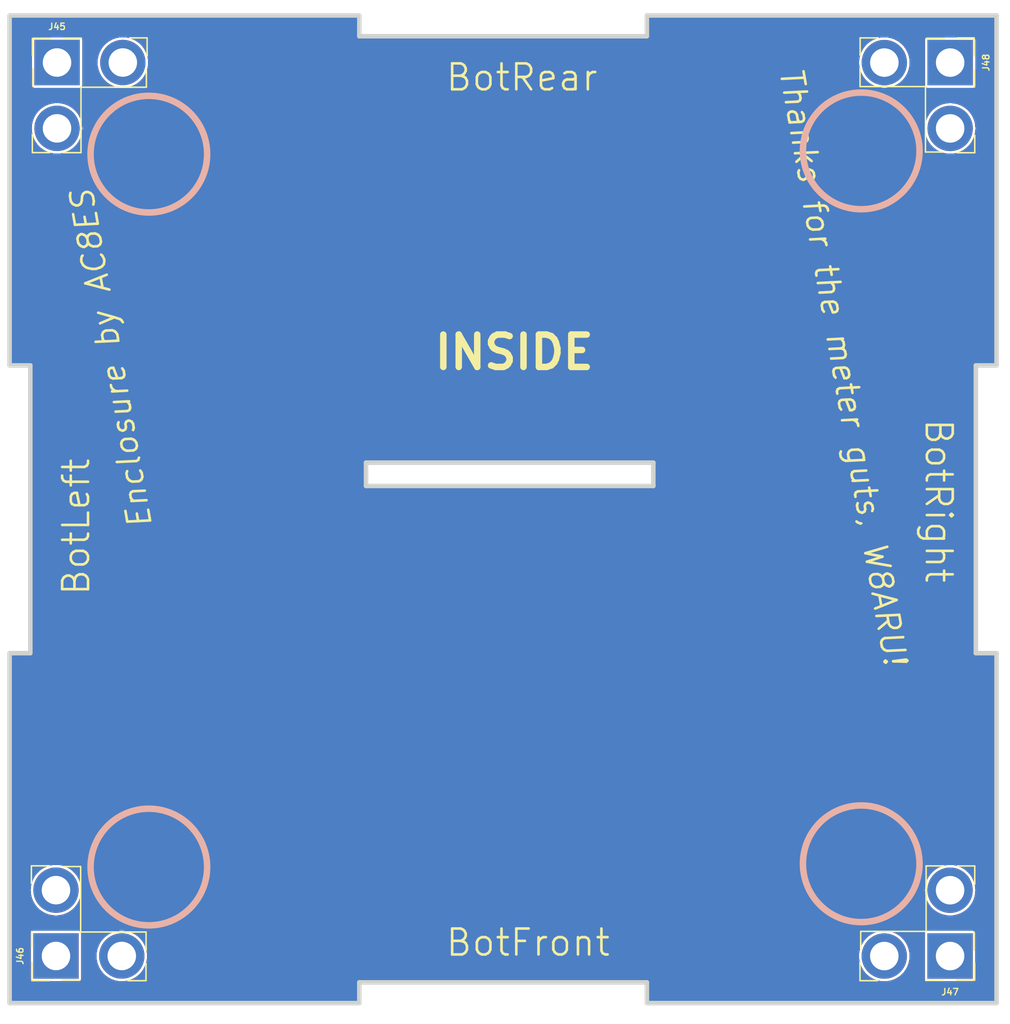
<source format=kicad_pcb>
(kicad_pcb (version 20221018) (generator pcbnew)
  (layers (0 "F.Cu" signal) (31 "B.Cu" signal) (34 "B.Paste" user) (35 "F.Paste" user) (36 "B.SilkS" user "B.Silkscreen") (37 "F.SilkS" user "F.Silkscreen") (38 "B.Mask" user) (39 "F.Mask" user) (44 "Edge.Cuts" user))
  (net 0 "")
  (footprint "cutouts:SolderMask_XY76.2mm_T3.2mm" (layer "F.Cu") (at 101.66 25.45)
    (fp_text reference "REF**" hide)
    (fp_text value "SolderMask_XY76.2mm_T3.2mm" hide)
  )
  (footprint "cutouts:uxcell_ux0343_90_1x03_P2.54mm_D2.2mm_Vertical" (layer "F.Cu") (at 172.615 27.435 -90)
    (fp_text reference "J48" (at 0 -2.77 90) (layer "F.SilkS") (effects (font (size 0.5 0.5) (thickness 0.1))))
    (fp_text value "Keystone_8183" hide)
    (fp_line (start -1.905 6.95) (end -1.905 5.555) (stroke (width 0.12)) (layer "F.SilkS"))
    (fp_line (start -1.9 -1.855) (end -0.505 -1.855) (stroke (width 0.12)) (layer "F.SilkS"))
    (fp_line (start -1.9 -0.52) (end -1.9 -1.85) (stroke (width 0.12)) (layer "F.SilkS"))
    (fp_line (start -1.855 1.85) (end -1.855 0.455) (stroke (width 0.12)) (layer "F.SilkS"))
    (fp_line (start -0.57 6.95) (end -1.9 6.95) (stroke (width 0.12)) (layer "F.SilkS"))
    (fp_line (start 0.555 -1.88) (end 1.885 -1.88) (stroke (width 0.12)) (layer "F.SilkS"))
    (fp_line (start 1.85 1.905) (end 1.85 6.95) (stroke (width 0.12)) (layer "F.SilkS"))
    (fp_line (start 1.85 6.955) (end 0.455 6.955) (stroke (width 0.12)) (layer "F.SilkS"))
    (fp_line (start 5.62 -1.9) (end 6.95 -1.9) (stroke (width 0.12)) (layer "F.SilkS"))
    (fp_line (start 6.9 0.57) (end 6.9 1.9) (stroke (width 0.12)) (layer "F.SilkS"))
    (fp_line (start 6.9 1.905) (end 1.85 1.905) (stroke (width 0.12)) (layer "F.SilkS"))
    (fp_line (start 6.955 -1.9) (end 6.955 -0.505) (stroke (width 0.12)) (layer "F.SilkS"))
    (pad "1" thru_hole rect (at 0 0 270) (size 3.5 3.5) (drill 2.2) (layers "*.Cu" "*.Mask"))
    (pad "2" thru_hole oval (at 0 5.08 270) (size 3.5 3.5) (drill 2.2) (layers "*.Cu" "*.Mask"))
    (pad "3" thru_hole oval (at 5.08 0 270) (size 3.5 3.5) (drill 2.2) (layers "*.Cu" "*.Mask"))
  )
  (footprint "cutouts:uxcell_ux0343_90_1x03_P2.54mm_D2.2mm_Vertical" (layer "F.Cu") (at 172.61 96.37 180)
    (fp_text reference "J47" (at 0 -2.77) (layer "F.SilkS") (effects (font (size 0.5 0.5) (thickness 0.1))))
    (fp_text value "Keystone_8183" hide)
    (fp_line (start -1.905 6.95) (end -1.905 5.555) (stroke (width 0.12)) (layer "F.SilkS"))
    (fp_line (start -1.9 -1.855) (end -0.505 -1.855) (stroke (width 0.12)) (layer "F.SilkS"))
    (fp_line (start -1.9 -0.52) (end -1.9 -1.85) (stroke (width 0.12)) (layer "F.SilkS"))
    (fp_line (start -1.855 1.85) (end -1.855 0.455) (stroke (width 0.12)) (layer "F.SilkS"))
    (fp_line (start -0.57 6.95) (end -1.9 6.95) (stroke (width 0.12)) (layer "F.SilkS"))
    (fp_line (start 0.555 -1.88) (end 1.885 -1.88) (stroke (width 0.12)) (layer "F.SilkS"))
    (fp_line (start 1.85 1.905) (end 1.85 6.95) (stroke (width 0.12)) (layer "F.SilkS"))
    (fp_line (start 1.85 6.955) (end 0.455 6.955) (stroke (width 0.12)) (layer "F.SilkS"))
    (fp_line (start 5.62 -1.9) (end 6.95 -1.9) (stroke (width 0.12)) (layer "F.SilkS"))
    (fp_line (start 6.9 0.57) (end 6.9 1.9) (stroke (width 0.12)) (layer "F.SilkS"))
    (fp_line (start 6.9 1.905) (end 1.85 1.905) (stroke (width 0.12)) (layer "F.SilkS"))
    (fp_line (start 6.955 -1.9) (end 6.955 -0.505) (stroke (width 0.12)) (layer "F.SilkS"))
    (pad "1" thru_hole rect (at 0 0 180) (size 3.5 3.5) (drill 2.2) (layers "*.Cu" "*.Mask"))
    (pad "2" thru_hole oval (at 0 5.08 180) (size 3.5 3.5) (drill 2.2) (layers "*.Cu" "*.Mask"))
    (pad "3" thru_hole oval (at 5.08 0 180) (size 3.5 3.5) (drill 2.2) (layers "*.Cu" "*.Mask"))
  )
  (footprint "cutouts:uxcell_ux0343_90_1x03_P2.54mm_D2.2mm_Vertical" (layer "F.Cu") (at 103.66 27.43)
    (fp_text reference "J45" (at 0 -2.77) (layer "F.SilkS") (effects (font (size 0.5 0.5) (thickness 0.1))))
    (fp_text value "Keystone_8183" hide)
    (fp_line (start -1.905 6.95) (end -1.905 5.555) (stroke (width 0.12)) (layer "F.SilkS"))
    (fp_line (start -1.9 -1.855) (end -0.505 -1.855) (stroke (width 0.12)) (layer "F.SilkS"))
    (fp_line (start -1.9 -0.52) (end -1.9 -1.85) (stroke (width 0.12)) (layer "F.SilkS"))
    (fp_line (start -1.855 1.85) (end -1.855 0.455) (stroke (width 0.12)) (layer "F.SilkS"))
    (fp_line (start -0.57 6.95) (end -1.9 6.95) (stroke (width 0.12)) (layer "F.SilkS"))
    (fp_line (start 0.555 -1.88) (end 1.885 -1.88) (stroke (width 0.12)) (layer "F.SilkS"))
    (fp_line (start 1.85 1.905) (end 1.85 6.95) (stroke (width 0.12)) (layer "F.SilkS"))
    (fp_line (start 1.85 6.955) (end 0.455 6.955) (stroke (width 0.12)) (layer "F.SilkS"))
    (fp_line (start 5.62 -1.9) (end 6.95 -1.9) (stroke (width 0.12)) (layer "F.SilkS"))
    (fp_line (start 6.9 0.57) (end 6.9 1.9) (stroke (width 0.12)) (layer "F.SilkS"))
    (fp_line (start 6.9 1.905) (end 1.85 1.905) (stroke (width 0.12)) (layer "F.SilkS"))
    (fp_line (start 6.955 -1.9) (end 6.955 -0.505) (stroke (width 0.12)) (layer "F.SilkS"))
    (pad "1" thru_hole rect (at 0 0) (size 3.5 3.5) (drill 2.2) (layers "*.Cu" "*.Mask"))
    (pad "2" thru_hole oval (at 0 5.08) (size 3.5 3.5) (drill 2.2) (layers "*.Cu" "*.Mask"))
    (pad "3" thru_hole oval (at 5.08 0) (size 3.5 3.5) (drill 2.2) (layers "*.Cu" "*.Mask"))
  )
  (footprint "cutouts:uxcell_ux0343_90_1x03_P2.54mm_D2.2mm_Vertical" (layer "F.Cu") (at 103.58 96.365 90)
    (fp_text reference "J46" (at 0 -2.77 90) (layer "F.SilkS") (effects (font (size 0.5 0.5) (thickness 0.1))))
    (fp_text value "Keystone_8183" hide)
    (fp_line (start -1.905 6.95) (end -1.905 5.555) (stroke (width 0.12)) (layer "F.SilkS"))
    (fp_line (start -1.9 -1.855) (end -0.505 -1.855) (stroke (width 0.12)) (layer "F.SilkS"))
    (fp_line (start -1.9 -0.52) (end -1.9 -1.85) (stroke (width 0.12)) (layer "F.SilkS"))
    (fp_line (start -1.855 1.85) (end -1.855 0.455) (stroke (width 0.12)) (layer "F.SilkS"))
    (fp_line (start -0.57 6.95) (end -1.9 6.95) (stroke (width 0.12)) (layer "F.SilkS"))
    (fp_line (start 0.555 -1.88) (end 1.885 -1.88) (stroke (width 0.12)) (layer "F.SilkS"))
    (fp_line (start 1.85 1.905) (end 1.85 6.95) (stroke (width 0.12)) (layer "F.SilkS"))
    (fp_line (start 1.85 6.955) (end 0.455 6.955) (stroke (width 0.12)) (layer "F.SilkS"))
    (fp_line (start 5.62 -1.9) (end 6.95 -1.9) (stroke (width 0.12)) (layer "F.SilkS"))
    (fp_line (start 6.9 0.57) (end 6.9 1.9) (stroke (width 0.12)) (layer "F.SilkS"))
    (fp_line (start 6.9 1.905) (end 1.85 1.905) (stroke (width 0.12)) (layer "F.SilkS"))
    (fp_line (start 6.955 -1.9) (end 6.955 -0.505) (stroke (width 0.12)) (layer "F.SilkS"))
    (pad "1" thru_hole rect (at 0 0 90) (size 3.5 3.5) (drill 2.2) (layers "*.Cu" "*.Mask"))
    (pad "2" thru_hole oval (at 0 5.08 90) (size 3.5 3.5) (drill 2.2) (layers "*.Cu" "*.Mask"))
    (pad "3" thru_hole oval (at 5.08 0 90) (size 3.5 3.5) (drill 2.2) (layers "*.Cu" "*.Mask"))
  )
  (gr_circle (center 110.75 34.5) (end 115.25 34.5) (stroke (width 0.5)) (fill none) (layer "B.SilkS"))
  (gr_circle (center 165.75 34.25) (end 170.25 34.25) (stroke (width 0.5)) (fill none) (layer "B.SilkS"))
  (gr_circle (center 110.75 89.5) (end 115.25 89.5) (stroke (width 0.5)) (fill none) (layer "B.SilkS"))
  (gr_circle (center 165.75 89.25) (end 170.25 89.25) (stroke (width 0.5)) (fill none) (layer "B.SilkS"))
  (gr_line (start 176.200013 99.999954) (end 176.200013 73) (stroke (width 0.349999)) (layer "Edge.Cuts"))
  (gr_line (start 149.200002 25.400001) (end 127.000002 25.400001) (stroke (width 0.349999)) (layer "Edge.Cuts"))
  (gr_line (start 176.2092 23.799953) (end 149.209 23.799953) (stroke (width 0.349999)) (layer "Edge.Cuts"))
  (gr_line (start 127.000002 98.400001) (end 149.200002 98.400001) (stroke (width 0.349999)) (layer "Edge.Cuts"))
  (gr_line (start 101.6 73) (end 100 73) (stroke (width 0.349999)) (layer "Edge.Cuts"))
  (gr_line (start 149.700002 58.3) (end 149.700002 60.1) (stroke (width 0.349999)) (layer "Edge.Cuts"))
  (gr_line (start 127.000002 23.799972) (end 100 23.799953) (stroke (width 0.349999)) (layer "Edge.Cuts"))
  (gr_line (start 100 100) (end 127.000002 100) (stroke (width 0.349999)) (layer "Edge.Cuts"))
  (gr_line (start 100 50.8) (end 101.6 50.8) (stroke (width 0.349999)) (layer "Edge.Cuts"))
  (gr_line (start 127.000002 100) (end 127.000002 98.400001) (stroke (width 0.349999)) (layer "Edge.Cuts"))
  (gr_line (start 174.6 50.8) (end 174.6 73) (stroke (width 0.35)) (layer "Edge.Cuts"))
  (gr_line (start 176.200004 73) (end 174.600004 73) (stroke (width 0.349999)) (layer "Edge.Cuts"))
  (gr_line (start 100 23.799953) (end 100 50.8) (stroke (width 0.349999)) (layer "Edge.Cuts"))
  (gr_line (start 127.000002 25.400001) (end 127.000002 23.799999) (stroke (width 0.349999)) (layer "Edge.Cuts"))
  (gr_line (start 149.200002 98.400001) (end 149.200002 100) (stroke (width 0.349999)) (layer "Edge.Cuts"))
  (gr_line (start 101.6 50.8) (end 101.6 73) (stroke (width 0.349999)) (layer "Edge.Cuts"))
  (gr_line (start 176.200013 50.8) (end 176.200013 23.799953) (stroke (width 0.349999)) (layer "Edge.Cuts"))
  (gr_line (start 149.200002 23.799999) (end 149.200002 25.400001) (stroke (width 0.349999)) (layer "Edge.Cuts"))
  (gr_line (start 127.5174 60.1) (end 127.5174 58.3) (stroke (width 0.349999)) (layer "Edge.Cuts"))
  (gr_line (start 100 73) (end 100 100) (stroke (width 0.349999)) (layer "Edge.Cuts"))
  (gr_line (start 127.5174 58.3) (end 149.700002 58.3) (stroke (width 0.35)) (layer "Edge.Cuts"))
  (gr_line (start 149.200002 100) (end 176.200004 100) (stroke (width 0.349999)) (layer "Edge.Cuts"))
  (gr_line (start 174.600004 50.8) (end 176.200013 50.8) (stroke (width 0.35)) (layer "Edge.Cuts"))
  (gr_line (start 149.700002 60.1) (end 127.5174 60.1) (stroke (width 0.349999)) (layer "Edge.Cuts"))
  (gr_text "BotRear" (at 133.56 29.75) (layer "F.SilkS") (effects (font (size 2 2) (thickness 0.2)) (justify left bottom)))
  (gr_text "INSIDE" (at 132.56 51.25) (layer "F.SilkS") (effects (font (size 2.5 2.5) (thickness 0.5) bold) (justify left bottom)))
  (gr_text "BotRight" (at 170.56 61.25 270) (layer "F.SilkS") (effects (font (size 2 2) (thickness 0.2)) (justify bottom)))
  (gr_text "BotLeft" (at 106.31 63.25 90) (layer "F.SilkS") (effects (font (size 2 2) (thickness 0.2)) (justify bottom)))
  (gr_text "Thanks for the meter guts, W8ARU!" (at 159.26 27.95 280) (layer "F.SilkS") (effects (font (size 1.75 1.75) (thickness 0.2) italic) (justify left bottom)))
  (gr_text "Enclosure by AC8ES" (at 111.16 63.25 100) (layer "F.SilkS") (effects (font (size 1.75 1.75) (thickness 0.2) italic) (justify left bottom)))
  (gr_text "BotFront" (at 133.56 96.5) (layer "F.SilkS") (effects (font (size 2 2) (thickness 0.2)) (justify left bottom)))
  (zone (net 0) (net_name "") (layers "F&B.Cu") (priority 1) (connect_pads (clearance 0.2032)) (min_thickness 0.2032) (fill yes (thermal_gap 0.254) (thermal_bridge_width 0.508) (island_removal_mode 1) (island_area_min 10))
    (polygon (pts (xy 99.25803 101.605984) (xy 176.75803 101.605984) (xy 177.25803 22.605984) (xy 99.25803 22.605984)))
  )
  (zone (net 0) (net_name "") (layers "F&B.Cu") (priority 1) (connect_pads (clearance 0.2032)) (min_thickness 0.2032) (fill yes (thermal_gap 0.254) (thermal_bridge_width 0.508) (island_removal_mode 1) (island_area_min 10))
    (polygon (pts (xy 99.25803 101.605984) (xy 176.75803 101.605984) (xy 177.25803 22.605984) (xy 99.25803 22.605984)))
  )
  (zone (net 0) (net_name "") (layers "F&B.Cu") (priority 1) (connect_pads (clearance 0.2032)) (min_thickness 0.2032) (fill yes (thermal_gap 0.254) (thermal_bridge_width 0.508) (island_removal_mode 1) (island_area_min 10))
    (polygon (pts (xy 99.25803 101.605984) (xy 176.75803 101.605984) (xy 177.25803 22.605984) (xy 99.25803 22.605984)))
  )
)
</source>
